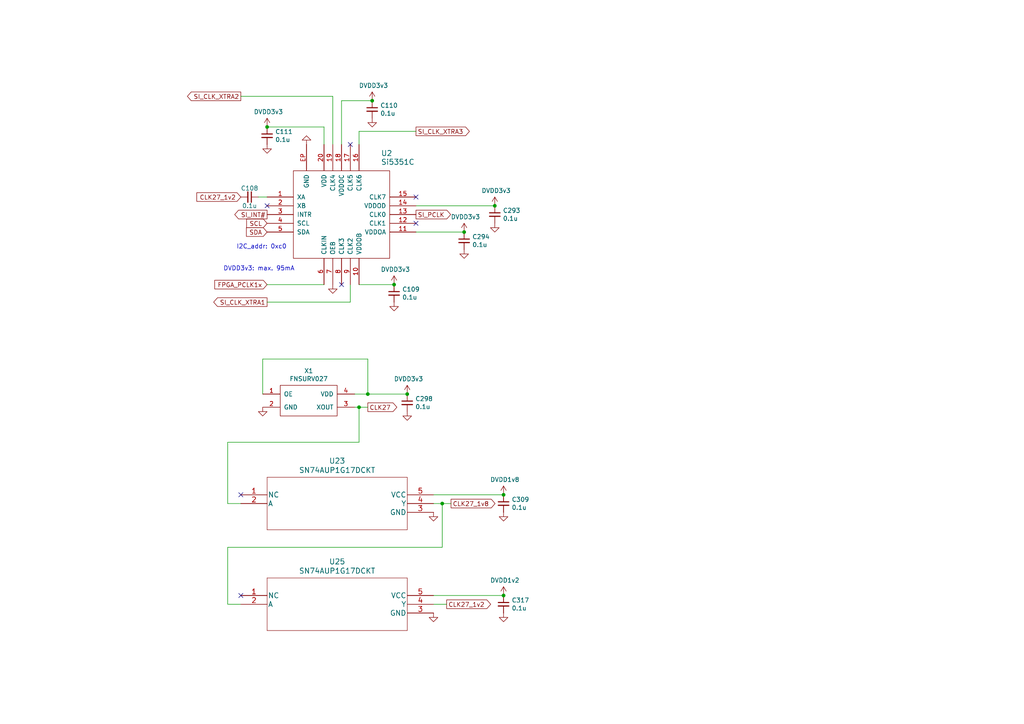
<source format=kicad_sch>
(kicad_sch (version 20211123) (generator eeschema)
  (paper "A4")
  (title_block (title "OSSC Pro") (date "2021-06-03") (rev "1.4"))
  (lib_symbols
    (symbol "Device:C_Small" (pin_numbers hide) (pin_names (offset 0.254) hide)
      (property "Reference" "C" (at 0.254 1.778 0))
      (property "Value" "C_Small" (at 0.254 -2.032 0))
      (symbol "C_Small_0_1"
        (polyline (pts (xy -1.524 -0.508) (xy 1.524 -0.508)) (stroke (width 0.3302)))
        (polyline (pts (xy -1.524 0.508) (xy 1.524 0.508)) (stroke (width 0.3048)))
      )
      (symbol "C_Small_1_1"
        (pin passive line (at 0 2.54 270) (length 2.032) (name "~") (number "1"))
        (pin passive line (at 0 -2.54 90) (length 2.032) (name "~") (number "2"))
      )
    )
    (symbol "custom_components:DVDD1v2" (power) (pin_names (offset 0))
      (property "Value" "DVDD1v2" (at 0 3.556 0))
      (symbol "DVDD1v2_0_1"
        (polyline (pts (xy -0.762 1.27) (xy 0 2.54)))
        (polyline (pts (xy 0 0) (xy 0 2.54)))
        (polyline (pts (xy 0 2.54) (xy 0.762 1.27)))
      )
      (symbol "DVDD1v2_1_1"
        (pin power_in line (at 0 0 90) (length 0) hide (name "DVDD1v2") (number "1"))
      )
    )
    (symbol "custom_components:DVDD1v8" (power) (pin_names (offset 0))
      (property "Value" "DVDD1v8" (at 0 3.556 0))
      (symbol "DVDD1v8_0_1"
        (polyline (pts (xy -0.762 1.27) (xy 0 2.54)))
        (polyline (pts (xy 0 0) (xy 0 2.54)))
        (polyline (pts (xy 0 2.54) (xy 0.762 1.27)))
      )
      (symbol "DVDD1v8_1_1"
        (pin power_in line (at 0 0 90) (length 0) hide (name "DVDD1v8") (number "1"))
      )
    )
    (symbol "custom_components:DVDD3v3" (power) (pin_names (offset 0))
      (property "Value" "DVDD3v3" (at 0 3.556 0))
      (symbol "DVDD3v3_0_1"
        (polyline (pts (xy -0.762 1.27) (xy 0 2.54)))
        (polyline (pts (xy 0 0) (xy 0 2.54)))
        (polyline (pts (xy 0 2.54) (xy 0.762 1.27)))
      )
      (symbol "DVDD3v3_1_1"
        (pin power_in line (at 0 0 90) (length 0) hide (name "DVDD3v3") (number "1"))
      )
    )
    (symbol "custom_components:FNSURV027" (pin_names (offset 1.016))
      (property "Reference" "X" (at -1.27 6.35 0))
      (property "Value" "FNSURV027" (at 0 -5.08 0))
      (symbol "FNSURV027_0_1"
        (rectangle (start -8.89 5.08) (end 7.62 -3.81))
      )
      (symbol "FNSURV027_1_1"
        (pin input line (at -13.97 2.54 0) (length 5.08) (name "OE") (number "1"))
        (pin power_in line (at -13.97 -1.27 0) (length 5.08) (name "GND") (number "2"))
        (pin output line (at 12.7 -1.27 180) (length 5.08) (name "XOUT") (number "3"))
        (pin power_in line (at 12.7 2.54 180) (length 5.08) (name "VDD") (number "4"))
      )
    )
    (symbol "custom_components:SN74AUP1G17DCKT" (pin_names (offset 0.254))
      (property "Reference" "U" (at 27.94 10.16 0))
      (property "Value" "SN74AUP1G17DCKT" (at 27.94 7.62 0))
      (symbol "SN74AUP1G17DCKT_1_1"
        (polyline (pts (xy 7.62 -10.16) (xy 48.26 -10.16)) (stroke (width 0.127)))
        (polyline (pts (xy 7.62 5.08) (xy 7.62 -10.16)) (stroke (width 0.127)))
        (polyline (pts (xy 48.26 -10.16) (xy 48.26 5.08)) (stroke (width 0.127)))
        (polyline (pts (xy 48.26 5.08) (xy 7.62 5.08)) (stroke (width 0.127)))
        (pin unspecified line (at 0 0 0) (length 7.62) (name "NC") (number "1"))
        (pin input line (at 0 -2.54 0) (length 7.62) (name "A") (number "2"))
        (pin power_in line (at 55.88 -5.08 180) (length 7.62) (name "GND") (number "3"))
        (pin output line (at 55.88 -2.54 180) (length 7.62) (name "Y") (number "4"))
        (pin power_in line (at 55.88 0 180) (length 7.62) (name "VCC") (number "5"))
      )
    )
    (symbol "custom_components:Si5351C" (pin_names (offset 1.016))
      (property "Reference" "U" (at 8.89 13.97 0))
      (property "Value" "Si5351C" (at 0 0 0))
      (symbol "Si5351C_0_1"
        (rectangle (start -13.97 12.7) (end 13.97 -12.7))
      )
      (symbol "Si5351C_1_1"
        (pin input line (at -21.59 5.08 0) (length 7.62) (name "XA") (number "1"))
        (pin power_in line (at 5.08 -20.32 90) (length 7.62) (name "VDDOB") (number "10"))
        (pin power_in line (at 21.59 -5.08 180) (length 7.62) (name "VDDOA") (number "11"))
        (pin output line (at 21.59 -2.54 180) (length 7.62) (name "CLK1") (number "12"))
        (pin output line (at 21.59 0 180) (length 7.62) (name "CLK0") (number "13"))
        (pin power_in line (at 21.59 2.54 180) (length 7.62) (name "VDDOD") (number "14"))
        (pin output line (at 21.59 5.08 180) (length 7.62) (name "CLK7") (number "15"))
        (pin output line (at 5.08 20.32 270) (length 7.62) (name "CLK6") (number "16"))
        (pin output line (at 2.54 20.32 270) (length 7.62) (name "CLK5") (number "17"))
        (pin power_in line (at 0 20.32 270) (length 7.62) (name "VDDOC") (number "18"))
        (pin output line (at -2.54 20.32 270) (length 7.62) (name "CLK4") (number "19"))
        (pin input line (at -21.59 2.54 0) (length 7.62) (name "XB") (number "2"))
        (pin power_in line (at -5.08 20.32 270) (length 7.62) (name "VDD") (number "20"))
        (pin input line (at -21.59 0 0) (length 7.62) (name "INTR") (number "3"))
        (pin input line (at -21.59 -2.54 0) (length 7.62) (name "SCL") (number "4"))
        (pin bidirectional line (at -21.59 -5.08 0) (length 7.62) (name "SDA") (number "5"))
        (pin input line (at -5.08 -20.32 90) (length 7.62) (name "CLKIN") (number "6"))
        (pin input line (at -2.54 -20.32 90) (length 7.62) (name "OEB") (number "7"))
        (pin output line (at 0 -20.32 90) (length 7.62) (name "CLK3") (number "8"))
        (pin output line (at 2.54 -20.32 90) (length 7.62) (name "CLK2") (number "9"))
        (pin power_in line (at -10.16 20.32 270) (length 7.62) (name "GND") (number "EP"))
      )
    )
    (symbol "power:GND" (power) (pin_names (offset 0))
      (property "Value" "GND" (at 0 -3.81 0))
      (symbol "GND_0_1"
        (polyline (pts (xy 0 0) (xy 0 -1.27) (xy 1.27 -1.27) (xy 0 -2.54) (xy -1.27 -1.27) (xy 0 -1.27)))
      )
      (symbol "GND_1_1"
        (pin power_in line (at 0 0 270) (length 0) hide (name "GND") (number "1"))
      )
    )
  )
  (junction (at 143.51 59.69))
  (junction (at 146.05 172.72))
  (junction (at 118.11 114.3))
  (junction (at 128.27 146.05))
  (junction (at 134.62 67.31))
  (junction (at 114.3 82.55))
  (junction (at 77.47 36.83))
  (junction (at 107.95 29.21))
  (junction (at 106.68 114.3))
  (junction (at 146.05 143.51))
  (junction (at 104.14 118.11))
  (no_connect (at 69.85 143.51))
  (no_connect (at 120.65 64.77))
  (no_connect (at 99.06 82.55))
  (no_connect (at 69.85 172.72))
  (no_connect (at 101.6 41.91))
  (no_connect (at 77.47 59.69))
  (no_connect (at 120.65 57.15))
  (wire (pts (xy 93.98 41.91) (xy 93.98 36.83)))
  (wire (pts (xy 104.14 118.11) (xy 106.68 118.11)))
  (wire (pts (xy 102.87 114.3) (xy 106.68 114.3)))
  (wire (pts (xy 101.6 87.63) (xy 101.6 82.55)))
  (wire (pts (xy 77.47 36.83) (xy 93.98 36.83)))
  (wire (pts (xy 104.14 41.91) (xy 104.14 38.1)))
  (wire (pts (xy 125.73 172.72) (xy 146.05 172.72)))
  (wire (pts (xy 106.68 114.3) (xy 118.11 114.3)))
  (wire (pts (xy 66.04 146.05) (xy 66.04 128.27)))
  (wire (pts (xy 120.65 67.31) (xy 134.62 67.31)))
  (wire (pts (xy 77.47 57.15) (xy 74.93 57.15)))
  (wire (pts (xy 104.14 38.1) (xy 120.65 38.1)))
  (wire (pts (xy 125.73 175.26) (xy 129.54 175.26)))
  (wire (pts (xy 76.2 104.14) (xy 76.2 114.3)))
  (wire (pts (xy 77.47 87.63) (xy 101.6 87.63)))
  (wire (pts (xy 66.04 128.27) (xy 104.14 128.27)))
  (wire (pts (xy 69.85 146.05) (xy 66.04 146.05)))
  (wire (pts (xy 128.27 146.05) (xy 125.73 146.05)))
  (wire (pts (xy 69.85 27.94) (xy 96.52 27.94)))
  (wire (pts (xy 99.06 41.91) (xy 99.06 29.21)))
  (wire (pts (xy 106.68 114.3) (xy 106.68 104.14)))
  (wire (pts (xy 77.47 82.55) (xy 93.98 82.55)))
  (wire (pts (xy 120.65 59.69) (xy 143.51 59.69)))
  (wire (pts (xy 104.14 128.27) (xy 104.14 118.11)))
  (wire (pts (xy 102.87 118.11) (xy 104.14 118.11)))
  (wire (pts (xy 66.04 175.26) (xy 69.85 175.26)))
  (wire (pts (xy 128.27 158.75) (xy 66.04 158.75)))
  (wire (pts (xy 99.06 29.21) (xy 107.95 29.21)))
  (wire (pts (xy 66.04 158.75) (xy 66.04 175.26)))
  (wire (pts (xy 125.73 143.51) (xy 146.05 143.51)))
  (wire (pts (xy 96.52 27.94) (xy 96.52 41.91)))
  (wire (pts (xy 114.3 82.55) (xy 104.14 82.55)))
  (wire (pts (xy 128.27 146.05) (xy 128.27 158.75)))
  (wire (pts (xy 106.68 104.14) (xy 76.2 104.14)))
  (wire (pts (xy 130.81 146.05) (xy 128.27 146.05)))
  (text "DVDD3v3: max. 95mA" (at 64.77 78.74 0) (effects (font (size 1.27 1.27)) (justify left bottom)))
  (text "I2C_addr: 0xc0" (at 68.58 72.39 0) (effects (font (size 1.27 1.27)) (justify left bottom)))
  (global_label "FPGA_PCLK1x" (shape input) (at 77.47 82.55 180) (property "Intersheet References" "${INTERSHEET_REFS}" (effects hide)))
  (global_label "CLK27_1v8" (shape output) (at 130.81 146.05 0) (property "Intersheet References" "${INTERSHEET_REFS}" (effects hide)))
  (global_label "SI_CLK_XTRA1" (shape output) (at 77.47 87.63 180) (property "Intersheet References" "${INTERSHEET_REFS}" (effects hide)))
  (global_label "CLK27" (shape output) (at 106.68 118.11 0) (property "Intersheet References" "${INTERSHEET_REFS}" (effects hide)))
  (global_label "SDA" (shape input) (at 77.47 67.31 180) (property "Intersheet References" "${INTERSHEET_REFS}" (effects hide)))
  (global_label "SI_INT#" (shape output) (at 77.47 62.23 180) (property "Intersheet References" "${INTERSHEET_REFS}" (effects hide)))
  (global_label "SI_PCLK" (shape output) (at 120.65 62.23 0) (property "Intersheet References" "${INTERSHEET_REFS}" (effects hide)))
  (global_label "CLK27_1v2" (shape input) (at 69.85 57.15 180) (property "Intersheet References" "${INTERSHEET_REFS}" (effects hide)))
  (global_label "CLK27_1v2" (shape output) (at 129.54 175.26 0) (property "Intersheet References" "${INTERSHEET_REFS}" (effects hide)))
  (global_label "SI_CLK_XTRA3" (shape output) (at 120.65 38.1 0) (property "Intersheet References" "${INTERSHEET_REFS}" (effects hide)))
  (global_label "SCL" (shape input) (at 77.47 64.77 180) (property "Intersheet References" "${INTERSHEET_REFS}" (effects hide)))
  (global_label "SI_CLK_XTRA2" (shape output) (at 69.85 27.94 180) (property "Intersheet References" "${INTERSHEET_REFS}" (effects hide)))
  (symbol (lib_id "custom_components:Si5351C") (at 99.06 62.23 0) (unit 1)
    (property "Reference" "U2" (at 110.49 44.45 0) (effects (font (size 1.524 1.524)) (justify left)))
    (property "Value" "Si5351C" (at 110.49 46.99 0) (effects (font (size 1.524 1.524)) (justify left)))
    (property "Footprint" "custom_components:QFN-20-1EP_4x4mm_Pitch0.5mm_Handsoldering" (effects hide))
  )
  (symbol (lib_id "custom_components:DVDD1v2") (at 146.05 172.72 0) (unit 1)
    (property "Reference" "#PWR0243" (effects hide))
    (property "Value" "DVDD1v2" (at 146.431 168.3258 0))
  )
  (symbol (lib_id "Device:C_Small") (at 72.39 57.15 270) (unit 1)
    (property "Reference" "C108" (at 72.39 54.61 90))
    (property "Value" "0.1u" (at 72.39 59.69 90))
    (property "Footprint" "Capacitor_SMD:C_0402_1005Metric" (effects hide))
  )
  (symbol (lib_id "power:GND") (at 96.52 82.55 0) (unit 1)
    (property "Reference" "#PWR0224" (effects hide))
    (property "Value" "GND" (effects hide))
  )
  (symbol (lib_id "power:GND") (at 88.9 41.91 180) (unit 1)
    (property "Reference" "#PWR0225" (effects hide))
    (property "Value" "GND" (effects hide))
  )
  (symbol (lib_id "Device:C_Small") (at 114.3 85.09 0) (unit 1)
    (property "Reference" "C109" (at 116.6368 83.9216 0) (effects (justify left)))
    (property "Value" "0.1u" (at 116.6368 86.233 0) (effects (justify left)))
    (property "Footprint" "Capacitor_SMD:C_0402_1005Metric" (effects hide))
  )
  (symbol (lib_id "power:GND") (at 114.3 87.63 0) (unit 1)
    (property "Reference" "#PWR0226" (effects hide))
    (property "Value" "GND" (effects hide))
  )
  (symbol (lib_id "custom_components:DVDD3v3") (at 114.3 82.55 0) (unit 1)
    (property "Reference" "#PWR0227" (effects hide))
    (property "Value" "DVDD3v3" (at 114.681 78.1558 0))
  )
  (symbol (lib_id "Device:C_Small") (at 134.62 69.85 0) (unit 1)
    (property "Reference" "C294" (at 136.9568 68.6816 0) (effects (justify left)))
    (property "Value" "0.1u" (at 136.9568 70.993 0) (effects (justify left)))
    (property "Footprint" "Capacitor_SMD:C_0402_1005Metric" (effects hide))
  )
  (symbol (lib_id "custom_components:DVDD3v3") (at 134.62 67.31 0) (unit 1)
    (property "Reference" "#PWR0228" (effects hide))
    (property "Value" "DVDD3v3" (at 135.001 62.9158 0))
  )
  (symbol (lib_id "power:GND") (at 134.62 72.39 0) (unit 1)
    (property "Reference" "#PWR0229" (effects hide))
    (property "Value" "GND" (effects hide))
  )
  (symbol (lib_id "Device:C_Small") (at 143.51 62.23 0) (unit 1)
    (property "Reference" "C293" (at 145.8468 61.0616 0) (effects (justify left)))
    (property "Value" "0.1u" (at 145.8468 63.373 0) (effects (justify left)))
    (property "Footprint" "Capacitor_SMD:C_0402_1005Metric" (effects hide))
  )
  (symbol (lib_id "custom_components:DVDD3v3") (at 143.51 59.69 0) (unit 1)
    (property "Reference" "#PWR0230" (effects hide))
    (property "Value" "DVDD3v3" (at 143.891 55.2958 0))
  )
  (symbol (lib_id "power:GND") (at 143.51 64.77 0) (unit 1)
    (property "Reference" "#PWR0231" (effects hide))
    (property "Value" "GND" (effects hide))
  )
  (symbol (lib_id "Device:C_Small") (at 107.95 31.75 0) (unit 1)
    (property "Reference" "C110" (at 110.2868 30.5816 0) (effects (justify left)))
    (property "Value" "0.1u" (at 110.2868 32.893 0) (effects (justify left)))
    (property "Footprint" "Capacitor_SMD:C_0402_1005Metric" (effects hide))
  )
  (symbol (lib_id "custom_components:DVDD3v3") (at 107.95 29.21 0) (unit 1)
    (property "Reference" "#PWR0232" (effects hide))
    (property "Value" "DVDD3v3" (at 108.331 24.8158 0))
  )
  (symbol (lib_id "power:GND") (at 107.95 34.29 0) (unit 1)
    (property "Reference" "#PWR0233" (effects hide))
    (property "Value" "GND" (effects hide))
  )
  (symbol (lib_id "Device:C_Small") (at 77.47 39.37 0) (unit 1)
    (property "Reference" "C111" (at 79.8068 38.2016 0) (effects (justify left)))
    (property "Value" "0.1u" (at 79.8068 40.513 0) (effects (justify left)))
    (property "Footprint" "Capacitor_SMD:C_0402_1005Metric" (effects hide))
  )
  (symbol (lib_id "power:GND") (at 77.47 41.91 0) (unit 1)
    (property "Reference" "#PWR0234" (effects hide))
    (property "Value" "GND" (effects hide))
  )
  (symbol (lib_id "custom_components:DVDD3v3") (at 77.47 36.83 0) (unit 1)
    (property "Reference" "#PWR0235" (effects hide))
    (property "Value" "DVDD3v3" (at 77.851 32.4358 0))
  )
  (symbol (lib_id "custom_components:SN74AUP1G17DCKT") (at 69.85 143.51 0) (unit 1)
    (property "Reference" "U23" (at 97.79 133.6802 0) (effects (font (size 1.524 1.524))))
    (property "Value" "SN74AUP1G17DCKT" (at 97.79 136.3726 0) (effects (font (size 1.524 1.524))))
    (property "Footprint" "custom_components:SN74AUP1G17DCKT" (effects hide))
  )
  (symbol (lib_id "custom_components:SN74AUP1G17DCKT") (at 69.85 172.72 0) (unit 1)
    (property "Reference" "U25" (at 97.79 162.8902 0) (effects (font (size 1.524 1.524))))
    (property "Value" "SN74AUP1G17DCKT" (at 97.79 165.5826 0) (effects (font (size 1.524 1.524))))
    (property "Footprint" "custom_components:SN74AUP1G17DCKT" (effects hide))
  )
  (symbol (lib_id "custom_components:FNSURV027") (at 90.17 116.84 0) (unit 1)
    (property "Reference" "X1" (at 89.535 107.569 0))
    (property "Value" "FNSURV027" (at 89.535 109.8804 0))
    (property "Footprint" "Connector_PinHeader_2.54mm:PinHeader_2x02_P2.54mm_Vertical" (effects hide))
  )
  (symbol (lib_id "power:GND") (at 76.2 118.11 0) (unit 1)
    (property "Reference" "#PWR0236" (effects hide))
    (property "Value" "GND" (effects hide))
  )
  (symbol (lib_id "Device:C_Small") (at 118.11 116.84 0) (unit 1)
    (property "Reference" "C298" (at 120.4468 115.6716 0) (effects (justify left)))
    (property "Value" "0.1u" (at 120.4468 117.983 0) (effects (justify left)))
    (property "Footprint" "Capacitor_SMD:C_0402_1005Metric" (effects hide))
  )
  (symbol (lib_id "power:GND") (at 118.11 119.38 0) (unit 1)
    (property "Reference" "#PWR0237" (effects hide))
    (property "Value" "GND" (effects hide))
  )
  (symbol (lib_id "custom_components:DVDD3v3") (at 118.11 114.3 0) (unit 1)
    (property "Reference" "#PWR0238" (effects hide))
    (property "Value" "DVDD3v3" (at 118.491 109.9058 0))
  )
  (symbol (lib_id "Device:C_Small") (at 146.05 146.05 0) (unit 1)
    (property "Reference" "C309" (at 148.3868 144.8816 0) (effects (justify left)))
    (property "Value" "0.1u" (at 148.3868 147.193 0) (effects (justify left)))
    (property "Footprint" "Capacitor_SMD:C_0402_1005Metric" (effects hide))
  )
  (symbol (lib_id "power:GND") (at 146.05 148.59 0) (unit 1)
    (property "Reference" "#PWR0239" (effects hide))
    (property "Value" "GND" (effects hide))
  )
  (symbol (lib_id "custom_components:DVDD1v8") (at 146.05 143.51 0) (unit 1)
    (property "Reference" "#PWR0240" (effects hide))
    (property "Value" "DVDD1v8" (at 146.431 139.1158 0))
  )
  (symbol (lib_id "power:GND") (at 125.73 148.59 0) (unit 1)
    (property "Reference" "#PWR0241" (effects hide))
    (property "Value" "GND" (effects hide))
  )
  (symbol (lib_id "Device:C_Small") (at 146.05 175.26 0) (unit 1)
    (property "Reference" "C317" (at 148.3868 174.0916 0) (effects (justify left)))
    (property "Value" "0.1u" (at 148.3868 176.403 0) (effects (justify left)))
    (property "Footprint" "Capacitor_SMD:C_0402_1005Metric" (effects hide))
  )
  (symbol (lib_id "power:GND") (at 146.05 177.8 0) (unit 1)
    (property "Reference" "#PWR0242" (effects hide))
    (property "Value" "GND" (effects hide))
  )
  (symbol (lib_id "power:GND") (at 125.73 177.8 0) (unit 1)
    (property "Reference" "#PWR0244" (effects hide))
    (property "Value" "GND" (effects hide))
  )
)
</source>
